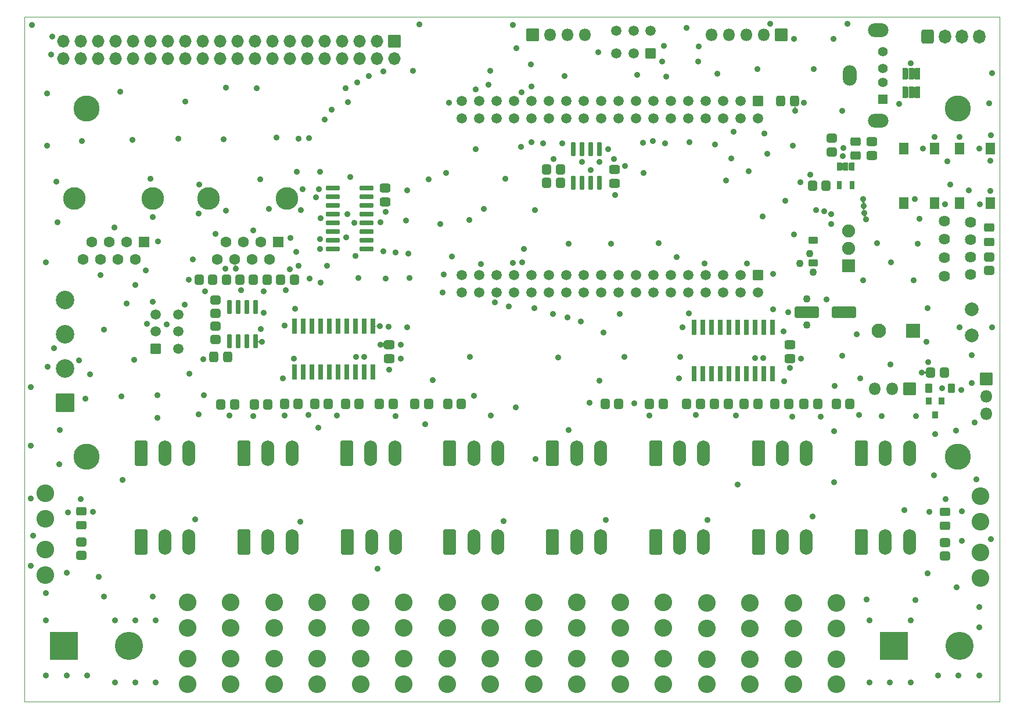
<source format=gbr>
G04 #@! TF.GenerationSoftware,KiCad,Pcbnew,(6.0.5)*
G04 #@! TF.CreationDate,2022-06-04T15:54:21-04:00*
G04 #@! TF.ProjectId,PB_16,50425f31-362e-46b6-9963-61645f706362,v2.1*
G04 #@! TF.SameCoordinates,Original*
G04 #@! TF.FileFunction,Soldermask,Top*
G04 #@! TF.FilePolarity,Negative*
%FSLAX46Y46*%
G04 Gerber Fmt 4.6, Leading zero omitted, Abs format (unit mm)*
G04 Created by KiCad (PCBNEW (6.0.5)) date 2022-06-04 15:54:21*
%MOMM*%
%LPD*%
G01*
G04 APERTURE LIST*
G04 Aperture macros list*
%AMRoundRect*
0 Rectangle with rounded corners*
0 $1 Rounding radius*
0 $2 $3 $4 $5 $6 $7 $8 $9 X,Y pos of 4 corners*
0 Add a 4 corners polygon primitive as box body*
4,1,4,$2,$3,$4,$5,$6,$7,$8,$9,$2,$3,0*
0 Add four circle primitives for the rounded corners*
1,1,$1+$1,$2,$3*
1,1,$1+$1,$4,$5*
1,1,$1+$1,$6,$7*
1,1,$1+$1,$8,$9*
0 Add four rect primitives between the rounded corners*
20,1,$1+$1,$2,$3,$4,$5,0*
20,1,$1+$1,$4,$5,$6,$7,0*
20,1,$1+$1,$6,$7,$8,$9,0*
20,1,$1+$1,$8,$9,$2,$3,0*%
G04 Aperture macros list end*
G04 #@! TA.AperFunction,Profile*
%ADD10C,0.050000*%
G04 #@! TD*
%ADD11RoundRect,0.301000X0.337500X0.475000X-0.337500X0.475000X-0.337500X-0.475000X0.337500X-0.475000X0*%
%ADD12C,2.577000*%
%ADD13RoundRect,0.301000X-0.650000X-1.550000X0.650000X-1.550000X0.650000X1.550000X-0.650000X1.550000X0*%
%ADD14O,1.902000X3.702000*%
%ADD15C,3.802000*%
%ADD16RoundRect,0.051000X-0.279400X1.079500X-0.279400X-1.079500X0.279400X-1.079500X0.279400X1.079500X0*%
%ADD17RoundRect,0.300999X-0.450001X0.325001X-0.450001X-0.325001X0.450001X-0.325001X0.450001X0.325001X0*%
%ADD18RoundRect,0.301000X-0.450000X0.350000X-0.450000X-0.350000X0.450000X-0.350000X0.450000X0.350000X0*%
%ADD19RoundRect,0.051000X-0.850000X0.850000X-0.850000X-0.850000X0.850000X-0.850000X0.850000X0.850000X0*%
%ADD20O,1.802000X1.802000*%
%ADD21RoundRect,0.051000X-0.850000X-0.850000X0.850000X-0.850000X0.850000X0.850000X-0.850000X0.850000X0*%
%ADD22RoundRect,0.051000X0.650000X-0.650000X0.650000X0.650000X-0.650000X0.650000X-0.650000X-0.650000X0*%
%ADD23C,1.402000*%
%ADD24O,2.002000X3.002000*%
%ADD25O,3.002000X2.002000*%
%ADD26RoundRect,0.301000X0.350000X0.450000X-0.350000X0.450000X-0.350000X-0.450000X0.350000X-0.450000X0*%
%ADD27RoundRect,0.301000X0.475000X-0.337500X0.475000X0.337500X-0.475000X0.337500X-0.475000X-0.337500X0*%
%ADD28RoundRect,0.070000X0.300000X0.525000X-0.300000X0.525000X-0.300000X-0.525000X0.300000X-0.525000X0*%
%ADD29RoundRect,0.301000X-0.475000X0.337500X-0.475000X-0.337500X0.475000X-0.337500X0.475000X0.337500X0*%
%ADD30RoundRect,0.201000X0.150000X-0.825000X0.150000X0.825000X-0.150000X0.825000X-0.150000X-0.825000X0*%
%ADD31RoundRect,0.201000X-0.150000X0.825000X-0.150000X-0.825000X0.150000X-0.825000X0.150000X0.825000X0*%
%ADD32RoundRect,0.301000X1.500000X0.550000X-1.500000X0.550000X-1.500000X-0.550000X1.500000X-0.550000X0*%
%ADD33RoundRect,0.051000X1.000000X1.000000X-1.000000X1.000000X-1.000000X-1.000000X1.000000X-1.000000X0*%
%ADD34C,2.102000*%
%ADD35RoundRect,0.300999X0.450001X-0.325001X0.450001X0.325001X-0.450001X0.325001X-0.450001X-0.325001X0*%
%ADD36RoundRect,0.301000X0.450000X-0.350000X0.450000X0.350000X-0.450000X0.350000X-0.450000X-0.350000X0*%
%ADD37RoundRect,0.051000X-0.900000X0.900000X-0.900000X-0.900000X0.900000X-0.900000X0.900000X0.900000X0*%
%ADD38C,1.902000*%
%ADD39C,1.626000*%
%ADD40RoundRect,0.051000X-0.600000X0.450000X-0.600000X-0.450000X0.600000X-0.450000X0.600000X0.450000X0*%
%ADD41RoundRect,0.301000X-0.337500X-0.475000X0.337500X-0.475000X0.337500X0.475000X-0.337500X0.475000X0*%
%ADD42RoundRect,0.051000X1.300000X-1.300000X1.300000X1.300000X-1.300000X1.300000X-1.300000X-1.300000X0*%
%ADD43C,2.702000*%
%ADD44RoundRect,0.051000X-0.704000X0.704000X-0.704000X-0.704000X0.704000X-0.704000X0.704000X0.704000X0*%
%ADD45C,1.510000*%
%ADD46RoundRect,0.051000X-0.863600X0.863600X-0.863600X-0.863600X0.863600X-0.863600X0.863600X0.863600X0*%
%ADD47O,1.829200X1.829200*%
%ADD48RoundRect,0.051000X0.850000X-0.850000X0.850000X0.850000X-0.850000X0.850000X-0.850000X-0.850000X0*%
%ADD49RoundRect,0.051000X0.700000X0.700000X-0.700000X0.700000X-0.700000X-0.700000X0.700000X-0.700000X0*%
%ADD50C,1.502000*%
%ADD51C,3.302000*%
%ADD52RoundRect,0.051000X0.750000X0.750000X-0.750000X0.750000X-0.750000X-0.750000X0.750000X-0.750000X0*%
%ADD53C,1.602000*%
%ADD54RoundRect,0.051000X-0.450000X-0.600000X0.450000X-0.600000X0.450000X0.600000X-0.450000X0.600000X0*%
%ADD55RoundRect,0.051000X-0.400000X0.450000X-0.400000X-0.450000X0.400000X-0.450000X0.400000X0.450000X0*%
%ADD56RoundRect,0.301000X-0.350000X-0.450000X0.350000X-0.450000X0.350000X0.450000X-0.350000X0.450000X0*%
%ADD57RoundRect,0.051000X-2.000000X-2.000000X2.000000X-2.000000X2.000000X2.000000X-2.000000X2.000000X0*%
%ADD58C,4.102000*%
%ADD59RoundRect,0.201000X-0.825000X-0.150000X0.825000X-0.150000X0.825000X0.150000X-0.825000X0.150000X0*%
%ADD60C,2.006000*%
%ADD61RoundRect,0.051000X0.700000X-0.700000X0.700000X0.700000X-0.700000X0.700000X-0.700000X-0.700000X0*%
%ADD62RoundRect,0.051000X-0.325000X0.780000X-0.325000X-0.780000X0.325000X-0.780000X0.325000X0.780000X0*%
%ADD63RoundRect,0.301000X-0.600000X-0.725000X0.600000X-0.725000X0.600000X0.725000X-0.600000X0.725000X0*%
%ADD64O,1.802000X2.052000*%
%ADD65RoundRect,0.051000X0.650000X-0.775000X0.650000X0.775000X-0.650000X0.775000X-0.650000X-0.775000X0*%
%ADD66C,0.902000*%
%ADD67C,1.102000*%
G04 APERTURE END LIST*
D10*
X214228800Y-152889360D02*
X214228800Y-52996240D01*
X72128800Y-52996240D02*
X72128800Y-152889360D01*
X214228800Y-52996240D02*
X72128800Y-52996240D01*
X214228800Y-152889360D02*
X72128800Y-152889360D01*
X214228800Y-152889360D02*
X214228800Y-52996240D01*
X72128800Y-52996240D02*
X72128800Y-152889360D01*
X214228800Y-52996240D02*
X72128800Y-52996240D01*
X214228800Y-152889360D02*
X72128800Y-152889360D01*
D11*
X101770300Y-102612600D03*
X99695300Y-102612600D03*
D12*
X75178800Y-134402600D03*
X75178800Y-130702600D03*
X75178800Y-126202600D03*
X75178800Y-122502600D03*
D13*
X89100000Y-129600000D03*
D14*
X92600000Y-129600000D03*
X96100000Y-129600000D03*
D13*
X119100000Y-116600000D03*
D14*
X122600000Y-116600000D03*
X126100000Y-116600000D03*
D13*
X119214342Y-129600000D03*
D14*
X122714342Y-129600000D03*
X126214342Y-129600000D03*
D13*
X134100000Y-116600000D03*
D14*
X137600000Y-116600000D03*
X141100000Y-116600000D03*
D13*
X134100000Y-129600000D03*
D14*
X137600000Y-129600000D03*
X141100000Y-129600000D03*
D13*
X149100000Y-116600000D03*
D14*
X152600000Y-116600000D03*
X156100000Y-116600000D03*
D13*
X149100000Y-129600000D03*
D14*
X152600000Y-129600000D03*
X156100000Y-129600000D03*
D13*
X164100000Y-116600000D03*
D14*
X167600000Y-116600000D03*
X171100000Y-116600000D03*
D13*
X164100000Y-129600000D03*
D14*
X167600000Y-129600000D03*
X171100000Y-129600000D03*
D13*
X179100000Y-116600000D03*
D14*
X182600000Y-116600000D03*
X186100000Y-116600000D03*
D13*
X179100000Y-129600000D03*
D14*
X182600000Y-129600000D03*
X186100000Y-129600000D03*
D13*
X194100000Y-116600000D03*
D14*
X197600000Y-116600000D03*
X201100000Y-116600000D03*
D13*
X194100000Y-129600000D03*
D14*
X197600000Y-129600000D03*
X201100000Y-129600000D03*
D12*
X95878800Y-150302600D03*
X95878800Y-146602600D03*
X95878800Y-142102600D03*
X95878800Y-138402600D03*
X133718796Y-150298600D03*
X133718796Y-146598600D03*
X133718796Y-142098600D03*
X133718796Y-138398600D03*
D15*
X208127600Y-117118600D03*
D12*
X102185466Y-150302600D03*
X102185466Y-146602600D03*
X102185466Y-142102600D03*
X102185466Y-138402600D03*
X127412130Y-150298600D03*
X127412130Y-146598600D03*
X127412130Y-142098600D03*
X127412130Y-138398600D03*
X140025462Y-150298600D03*
X140025462Y-146598600D03*
X140025462Y-142098600D03*
X140025462Y-138398600D03*
X146332128Y-150298600D03*
X146332128Y-146598600D03*
X146332128Y-142098600D03*
X146332128Y-138398600D03*
X152638794Y-150298600D03*
X152638794Y-146598600D03*
X152638794Y-142098600D03*
X152638794Y-138398600D03*
X121105464Y-150298600D03*
X121105464Y-146598600D03*
X121105464Y-142098600D03*
X121105464Y-138398600D03*
X108492132Y-150303600D03*
X108492132Y-146603600D03*
X108492132Y-142103600D03*
X108492132Y-138403600D03*
X158945460Y-150298600D03*
X158945460Y-146598600D03*
X158945460Y-142098600D03*
X158945460Y-138398600D03*
X114798798Y-150303600D03*
X114798798Y-146603600D03*
X114798798Y-142103600D03*
X114798798Y-138403600D03*
D13*
X89100000Y-116600000D03*
D14*
X92600000Y-116600000D03*
X96100000Y-116600000D03*
D13*
X104100000Y-116600000D03*
D14*
X107600000Y-116600000D03*
X111100000Y-116600000D03*
D13*
X104100000Y-129600000D03*
D14*
X107600000Y-129600000D03*
X111100000Y-129600000D03*
D12*
X165252126Y-150294800D03*
X165252126Y-146594800D03*
X165252126Y-142094800D03*
X165252126Y-138394800D03*
D15*
X81127600Y-66318600D03*
X208127600Y-66318600D03*
D16*
X122881600Y-98066000D03*
X121611600Y-98066000D03*
X120341600Y-98066000D03*
X119071600Y-98066000D03*
X117801600Y-98066000D03*
X116531600Y-98066000D03*
X115261600Y-98066000D03*
X113991600Y-98066000D03*
X112721600Y-98066000D03*
X111451600Y-98066000D03*
X111451600Y-104822400D03*
X112721600Y-104822400D03*
X113991600Y-104822400D03*
X115261600Y-104822400D03*
X116531600Y-104822400D03*
X117801600Y-104822400D03*
X119071600Y-104822400D03*
X120341600Y-104822400D03*
X121611600Y-104822400D03*
X122881600Y-104822400D03*
D17*
X80413800Y-125108000D03*
X80413800Y-127158000D03*
X206320600Y-125209600D03*
X206320600Y-127259600D03*
D15*
X81127600Y-117118600D03*
D18*
X80413800Y-129552600D03*
X80413800Y-131552600D03*
X206320600Y-129654200D03*
X206320600Y-131654200D03*
D19*
X201178800Y-107202600D03*
D20*
X198638800Y-107202600D03*
X196098800Y-107202600D03*
D12*
X211426000Y-134802600D03*
X211426000Y-131102600D03*
X211426000Y-126602600D03*
X211426000Y-122902600D03*
D21*
X212278800Y-105813000D03*
D20*
X212278800Y-108353000D03*
X212278800Y-110893000D03*
D22*
X197202600Y-65020720D03*
D23*
X197202600Y-62520720D03*
X197202600Y-60520720D03*
X197202600Y-58020720D03*
D24*
X192422600Y-61520720D03*
D25*
X196602600Y-68090720D03*
X196602600Y-54950720D03*
D26*
X188956400Y-77563120D03*
X186956400Y-77563120D03*
D17*
X193302600Y-71145720D03*
X193302600Y-73195720D03*
D18*
X189759800Y-70670320D03*
X189759800Y-72670320D03*
D27*
X195602600Y-73208220D03*
X195602600Y-71133220D03*
D28*
X192792600Y-74816120D03*
X191842600Y-74816120D03*
X190892600Y-74816120D03*
X190892600Y-77516120D03*
X192792600Y-77516120D03*
D29*
X125269200Y-100787700D03*
X125269200Y-102862700D03*
D30*
X101957000Y-100261600D03*
X103227000Y-100261600D03*
X104497000Y-100261600D03*
X105767000Y-100261600D03*
X105767000Y-95311600D03*
X104497000Y-95311600D03*
X103227000Y-95311600D03*
X101957000Y-95311600D03*
D27*
X158121040Y-77276580D03*
X158121040Y-75201580D03*
D26*
X150248800Y-75202600D03*
X148248800Y-75202600D03*
D31*
X155926040Y-72264080D03*
X154656040Y-72264080D03*
X153386040Y-72264080D03*
X152116040Y-72264080D03*
X152116040Y-77214080D03*
X153386040Y-77214080D03*
X154656040Y-77214080D03*
X155926040Y-77214080D03*
D26*
X150248800Y-77202600D03*
X148248800Y-77202600D03*
D32*
X191578800Y-96052600D03*
X186178800Y-96052600D03*
D33*
X201678800Y-98735800D03*
D34*
X196678800Y-98735800D03*
D35*
X212773800Y-85777600D03*
X212773800Y-83727600D03*
D36*
X212748800Y-90002600D03*
X212748800Y-88002600D03*
D37*
X192256800Y-89317600D03*
D38*
X192256800Y-86777600D03*
X192256800Y-84237600D03*
D39*
X210036800Y-82967600D03*
X210036800Y-85507600D03*
X210036800Y-88047600D03*
X210036800Y-90587600D03*
X206226800Y-82735660D03*
X206226800Y-85430600D03*
X206226800Y-88124600D03*
X206226800Y-90819540D03*
D40*
X187123800Y-85527600D03*
X187123800Y-88827600D03*
D41*
X182321500Y-65284760D03*
X184396500Y-65284760D03*
D18*
X99970800Y-98056600D03*
X99970800Y-100056600D03*
D42*
X78028800Y-109302600D03*
D43*
X78028800Y-104302600D03*
X78028800Y-99302600D03*
X78028800Y-94302600D03*
D36*
X99978800Y-96252600D03*
X99978800Y-94252600D03*
D44*
X179000360Y-65274600D03*
D45*
X179000360Y-67814600D03*
X176460360Y-65274600D03*
X176460360Y-67814600D03*
X173920360Y-65274600D03*
X173920360Y-67814600D03*
X171380360Y-65274600D03*
X171380360Y-67814600D03*
X168840360Y-65274600D03*
X168840360Y-67814600D03*
X166300360Y-65274600D03*
X166300360Y-67814600D03*
X163760360Y-65274600D03*
X163760360Y-67814600D03*
X161220360Y-65274600D03*
X161220360Y-67814600D03*
X158680360Y-65274600D03*
X158680360Y-67814600D03*
X156140360Y-65274600D03*
X156140360Y-67814600D03*
X153600360Y-65274600D03*
X153600360Y-67814600D03*
X151060360Y-65274600D03*
X151060360Y-67814600D03*
X148520360Y-65274600D03*
X148520360Y-67814600D03*
X145980360Y-65274600D03*
X145980360Y-67814600D03*
X143440360Y-65274600D03*
X143440360Y-67814600D03*
X140900360Y-65274600D03*
X140900360Y-67814600D03*
X138360360Y-65274600D03*
X138360360Y-67814600D03*
X135820360Y-65274600D03*
X135820360Y-67814600D03*
D44*
X179000360Y-90674600D03*
D45*
X179000360Y-93214600D03*
X176460360Y-90674600D03*
X176460360Y-93214600D03*
X173920360Y-90674600D03*
X173920360Y-93214600D03*
X171380360Y-90674600D03*
X171380360Y-93214600D03*
X168840360Y-90674600D03*
X168840360Y-93214600D03*
X166300360Y-90674600D03*
X166300360Y-93214600D03*
X163760360Y-90674600D03*
X163760360Y-93214600D03*
X161220360Y-90674600D03*
X161220360Y-93214600D03*
X158680360Y-90674600D03*
X158680360Y-93214600D03*
X156140360Y-90674600D03*
X156140360Y-93214600D03*
X153600360Y-90674600D03*
X153600360Y-93214600D03*
X151060360Y-90674600D03*
X151060360Y-93214600D03*
X148520360Y-90674600D03*
X148520360Y-93214600D03*
X145980360Y-90674600D03*
X145980360Y-93214600D03*
X143440360Y-90674600D03*
X143440360Y-93214600D03*
X140900360Y-90674600D03*
X140900360Y-93214600D03*
X138360360Y-90674600D03*
X138360360Y-93214600D03*
X135820360Y-90674600D03*
X135820360Y-93214600D03*
D46*
X126039920Y-56545560D03*
D47*
X126039920Y-59085560D03*
X123499920Y-56545560D03*
X123499920Y-59085560D03*
X120959920Y-56545560D03*
X120959920Y-59085560D03*
X118419920Y-56545560D03*
X118419920Y-59085560D03*
X115879920Y-56545560D03*
X115879920Y-59085560D03*
X113339920Y-56545560D03*
X113339920Y-59085560D03*
X110799920Y-56545560D03*
X110799920Y-59085560D03*
X108259920Y-56545560D03*
X108259920Y-59085560D03*
X105719920Y-56545560D03*
X105719920Y-59085560D03*
X103179920Y-56545560D03*
X103179920Y-59085560D03*
X100639920Y-56545560D03*
X100639920Y-59085560D03*
X98099920Y-56545560D03*
X98099920Y-59085560D03*
X95559920Y-56545560D03*
X95559920Y-59085560D03*
X93019920Y-56545560D03*
X93019920Y-59085560D03*
X90479920Y-56545560D03*
X90479920Y-59085560D03*
X87939920Y-56545560D03*
X87939920Y-59085560D03*
X85399920Y-56545560D03*
X85399920Y-59085560D03*
X82859920Y-56545560D03*
X82859920Y-59085560D03*
X80319920Y-56545560D03*
X80319920Y-59085560D03*
X77779920Y-56545560D03*
X77779920Y-59085560D03*
D16*
X181184760Y-98274280D03*
X179914760Y-98274280D03*
X178644760Y-98274280D03*
X177374760Y-98274280D03*
X176104760Y-98274280D03*
X174834760Y-98274280D03*
X173564760Y-98274280D03*
X172294760Y-98274280D03*
X171024760Y-98274280D03*
X169754760Y-98274280D03*
X169754760Y-105030680D03*
X171024760Y-105030680D03*
X172294760Y-105030680D03*
X173564760Y-105030680D03*
X174834760Y-105030680D03*
X176104760Y-105030680D03*
X177374760Y-105030680D03*
X178644760Y-105030680D03*
X179914760Y-105030680D03*
X181184760Y-105030680D03*
D19*
X182387680Y-55625840D03*
D20*
X179847680Y-55625840D03*
X177307680Y-55625840D03*
X174767680Y-55625840D03*
X172227680Y-55625840D03*
D48*
X146197680Y-55625840D03*
D20*
X148737680Y-55625840D03*
X151277680Y-55625840D03*
X153817680Y-55625840D03*
D49*
X163398800Y-58272600D03*
D50*
X160898800Y-58272600D03*
X158398800Y-58272600D03*
X163398800Y-54972600D03*
X160898800Y-54972600D03*
X158398800Y-54972600D03*
D29*
X183699360Y-100762300D03*
X183699360Y-102837300D03*
D51*
X79396800Y-79493520D03*
X90826800Y-79493520D03*
D52*
X89556800Y-85843520D03*
D53*
X88286800Y-88383520D03*
X87016800Y-85843520D03*
X85746800Y-88383520D03*
X84476800Y-85843520D03*
X83206800Y-88383520D03*
X81936800Y-85843520D03*
X80666800Y-88383520D03*
D51*
X110364400Y-79493520D03*
X98934400Y-79493520D03*
D52*
X109094400Y-85843520D03*
D53*
X107824400Y-88383520D03*
X106554400Y-85843520D03*
X105284400Y-88383520D03*
X104014400Y-85843520D03*
X102744400Y-88383520D03*
X101474400Y-85843520D03*
X100204400Y-88383520D03*
D54*
X203928800Y-107152600D03*
X207228800Y-107152600D03*
D55*
X205828800Y-109052600D03*
X203928800Y-109052600D03*
X204878800Y-111052600D03*
D56*
X204178800Y-104852600D03*
X206178800Y-104852600D03*
D57*
X198878800Y-144752600D03*
D58*
X208378800Y-144752600D03*
D12*
X171558792Y-150363600D03*
X171558792Y-146663600D03*
X171558792Y-142163600D03*
X171558792Y-138463600D03*
X177865458Y-150363600D03*
X177865458Y-146663600D03*
X177865458Y-142163600D03*
X177865458Y-138463600D03*
X184172124Y-150363600D03*
X184172124Y-146663600D03*
X184172124Y-142163600D03*
X184172124Y-138463600D03*
X190478800Y-150363600D03*
X190478800Y-146663600D03*
X190478800Y-142163600D03*
X190478800Y-138463600D03*
D57*
X77878800Y-144752600D03*
D58*
X87378800Y-144752600D03*
D29*
X124678800Y-77940100D03*
X124678800Y-80015100D03*
D56*
X97553800Y-91327600D03*
X99553800Y-91327600D03*
D26*
X103528800Y-91327600D03*
X101528800Y-91327600D03*
D59*
X117053800Y-77932600D03*
X117053800Y-79202600D03*
X117053800Y-80472600D03*
X117053800Y-81742600D03*
X117053800Y-83012600D03*
X117053800Y-84282600D03*
X117053800Y-85552600D03*
X117053800Y-86822600D03*
X122003800Y-86822600D03*
X122003800Y-85552600D03*
X122003800Y-84282600D03*
X122003800Y-83012600D03*
X122003800Y-81742600D03*
X122003800Y-80472600D03*
X122003800Y-79202600D03*
X122003800Y-77932600D03*
D26*
X111453800Y-91327600D03*
X109453800Y-91327600D03*
D56*
X105453800Y-91327600D03*
X107453800Y-91327600D03*
D60*
X210229259Y-99458160D03*
X210229259Y-95648160D03*
D61*
X91248800Y-101362600D03*
D50*
X91248800Y-98862600D03*
X91248800Y-96362600D03*
X94548800Y-101362600D03*
X94548800Y-98862600D03*
X94548800Y-96362600D03*
D62*
X202318800Y-61292600D03*
X201368800Y-61292600D03*
X200418800Y-61292600D03*
X200418800Y-63992600D03*
X201368800Y-63992600D03*
X202318800Y-63992600D03*
D63*
X203760280Y-55861360D03*
D64*
X206260280Y-55861360D03*
X208760280Y-55861360D03*
X211260280Y-55861360D03*
D65*
X200248800Y-72182600D03*
X200248800Y-80132600D03*
X204748800Y-80132600D03*
X204748800Y-72182600D03*
X208398800Y-72182600D03*
X208398800Y-80132600D03*
X212898800Y-72182600D03*
X212898800Y-80132600D03*
D56*
X190448800Y-109452600D03*
X192448800Y-109452600D03*
D26*
X158748800Y-109452600D03*
X156748800Y-109452600D03*
D56*
X133798800Y-109452600D03*
X135798800Y-109452600D03*
X181498800Y-109452600D03*
X183498800Y-109452600D03*
D26*
X165198800Y-109452600D03*
X163198800Y-109452600D03*
X170648800Y-109452600D03*
X168648800Y-109452600D03*
D56*
X177048800Y-109452600D03*
X179048800Y-109452600D03*
X114398800Y-109452600D03*
X116398800Y-109452600D03*
X128998800Y-109452600D03*
X130998800Y-109452600D03*
X185748800Y-109452600D03*
X187748800Y-109452600D03*
X172698800Y-109452600D03*
X174698800Y-109452600D03*
X123848800Y-109452600D03*
X125848800Y-109452600D03*
D26*
X102748800Y-109502600D03*
X100748800Y-109502600D03*
X111998800Y-109452600D03*
X109998800Y-109452600D03*
D56*
X118898800Y-109452600D03*
X120898800Y-109452600D03*
D26*
X107598800Y-109502600D03*
X105598800Y-109502600D03*
D66*
X183694280Y-104172160D03*
X97501840Y-81627120D03*
X97572960Y-77395480D03*
X114608800Y-79262600D03*
X120788800Y-91042600D03*
X95468800Y-94952600D03*
X94578800Y-70752600D03*
X191402600Y-73270720D03*
X203978800Y-125152600D03*
X116928800Y-66472600D03*
X190178800Y-106852600D03*
X194323800Y-91402600D03*
X111728800Y-87272600D03*
X157221040Y-72239080D03*
X165678800Y-61652600D03*
X112088800Y-70782600D03*
X146538800Y-81132600D03*
X133244800Y-90552600D03*
X138678800Y-89022600D03*
X149138800Y-96322600D03*
X201338800Y-59702600D03*
X213178800Y-61152600D03*
X211288800Y-72177600D03*
X75978800Y-58452600D03*
X208778800Y-125102600D03*
X96078800Y-91352600D03*
X181278800Y-90452600D03*
X180368800Y-72942600D03*
X112328800Y-126602600D03*
X182778800Y-98852600D03*
X174398800Y-76852600D03*
X180001120Y-69988840D03*
X91478800Y-111452600D03*
X169008000Y-71238520D03*
X137078800Y-102552600D03*
X193428800Y-99302600D03*
X73078800Y-115552600D03*
X75278800Y-149052600D03*
X137648800Y-108252600D03*
X178959720Y-60555280D03*
X96978800Y-126252600D03*
X126996400Y-102815800D03*
X170378800Y-57252600D03*
X110048800Y-111102600D03*
X202078800Y-111252600D03*
X122318800Y-61642600D03*
X120443200Y-102587200D03*
X110908800Y-85182600D03*
X82078800Y-125152600D03*
X210206800Y-106422600D03*
X101478800Y-81277600D03*
X156528800Y-99032600D03*
X161428640Y-61439200D03*
X205888800Y-107184600D03*
X211378800Y-80327600D03*
X175510400Y-69694200D03*
X211278800Y-142052600D03*
X98178800Y-102952600D03*
X134028800Y-65482600D03*
X144498800Y-71952600D03*
X123578800Y-133502600D03*
X155788800Y-58092600D03*
X126198800Y-111252600D03*
X106988800Y-93052600D03*
X201908800Y-79512600D03*
X207098800Y-77477600D03*
X186676240Y-75993400D03*
X80278800Y-123352600D03*
X134458800Y-87892600D03*
X75278800Y-88752600D03*
X81278800Y-149052600D03*
D67*
X187123800Y-90202600D03*
D66*
X201698800Y-91402600D03*
X75488800Y-104022600D03*
X132738800Y-83152600D03*
X83678800Y-137552600D03*
X179813160Y-102709120D03*
X157638800Y-86042600D03*
X197078800Y-111252600D03*
X88308800Y-92042600D03*
X211278800Y-139052600D03*
X199648800Y-65702600D03*
X143278800Y-88852600D03*
X206308800Y-80292600D03*
X139068800Y-81032600D03*
X206648800Y-74027600D03*
X127918800Y-98232600D03*
X119228800Y-65442600D03*
X92848800Y-97812600D03*
X125243800Y-104441400D03*
X106528800Y-98492600D03*
X213128800Y-98252600D03*
X209798800Y-78297600D03*
X89768800Y-89972600D03*
X112388800Y-81202600D03*
X90778800Y-137552600D03*
X172738800Y-71612600D03*
X185258920Y-77102600D03*
X202578800Y-82452600D03*
X192076280Y-53961440D03*
X204678800Y-119852600D03*
X75378800Y-71752600D03*
X137878800Y-63552600D03*
X213028800Y-70202600D03*
X171208800Y-88972600D03*
X208728800Y-129452600D03*
X190098800Y-120902600D03*
X158075840Y-73671840D03*
X73078800Y-106952600D03*
X208428800Y-98294600D03*
X142698800Y-95232600D03*
X110038800Y-97972600D03*
X108838800Y-70582600D03*
X101998800Y-111152600D03*
X151438800Y-86072600D03*
X191278800Y-102452600D03*
X120178800Y-83052600D03*
X185751680Y-65513360D03*
X183998800Y-111302600D03*
X146478800Y-95452600D03*
X80956280Y-108678120D03*
X76178800Y-55852600D03*
X106768800Y-100372600D03*
X82978800Y-134652600D03*
X212778800Y-65552600D03*
X99928800Y-84652600D03*
X129678800Y-54052600D03*
X159678800Y-74752600D03*
X128708800Y-60812600D03*
X165298800Y-57232600D03*
X176048800Y-121202600D03*
X124468800Y-60912600D03*
X212888800Y-74002600D03*
X96678800Y-88352600D03*
X180829160Y-53961440D03*
X76399520Y-101332440D03*
X183048800Y-79802600D03*
X145958800Y-59912600D03*
X143798800Y-57552600D03*
X96178800Y-105052600D03*
X183478800Y-96052600D03*
X78478800Y-125252600D03*
X156878800Y-126402600D03*
X114948800Y-112902600D03*
X203802965Y-95505411D03*
X203578800Y-100352600D03*
X191502600Y-72070720D03*
X160998800Y-109352600D03*
X115248800Y-91702600D03*
X186978800Y-125852600D03*
X98298800Y-108152600D03*
D67*
X185123800Y-88977600D03*
D66*
X194898800Y-137982600D03*
X151278800Y-96792600D03*
X119168800Y-81712600D03*
X198378800Y-103652600D03*
X98398800Y-92992600D03*
X110198800Y-92832600D03*
X141928800Y-126502600D03*
X142168800Y-76602600D03*
X133578800Y-75712600D03*
X78278800Y-149052600D03*
X115178800Y-86852600D03*
X139778800Y-62852600D03*
X111848800Y-75542600D03*
X193978800Y-105752600D03*
X208682800Y-107438600D03*
X190148800Y-113402600D03*
X76948160Y-82912360D03*
X168982600Y-96221960D03*
X86978800Y-94752600D03*
X90478800Y-76552600D03*
X95578800Y-65352600D03*
X203878800Y-103352600D03*
X184298800Y-84752600D03*
X184128800Y-71752600D03*
X175848800Y-111102600D03*
X88098800Y-103012600D03*
X150498800Y-71452600D03*
X105998800Y-63342600D03*
X73078800Y-133052600D03*
X171678800Y-126402600D03*
X162278800Y-71352600D03*
X127728800Y-82682600D03*
D67*
X186178800Y-97952600D03*
D66*
X83708800Y-98582600D03*
X76778800Y-77052600D03*
X155928800Y-106052600D03*
X124028800Y-82952600D03*
X97528800Y-111002600D03*
X105498800Y-111202600D03*
X212978800Y-129202600D03*
X112108800Y-89302600D03*
X167998800Y-98289520D03*
X139998800Y-60812600D03*
X101178800Y-70852600D03*
X111538800Y-95572600D03*
X208278800Y-149052600D03*
X87878800Y-70952600D03*
X210578800Y-112152600D03*
X153378800Y-74152600D03*
X75278800Y-141052600D03*
X91578800Y-85752600D03*
X147748800Y-71452600D03*
X115218800Y-75612600D03*
X86278800Y-108352600D03*
X124728800Y-81427600D03*
X120588800Y-62502600D03*
X83178800Y-90652600D03*
X185324960Y-102831040D03*
X103678800Y-92852600D03*
X85248880Y-83720080D03*
X202878800Y-104852600D03*
X80078800Y-103052600D03*
X140718800Y-94642600D03*
X149942760Y-102693880D03*
X204798800Y-70497600D03*
X187178800Y-60552600D03*
X158178800Y-78952600D03*
X128078800Y-87527600D03*
X75278800Y-137052600D03*
X181278800Y-95652600D03*
X162378800Y-75752600D03*
X113498800Y-111052600D03*
X193798800Y-111052600D03*
X115268800Y-82312600D03*
X190064600Y-56181400D03*
X101458800Y-63272600D03*
X124438800Y-87202600D03*
X78278800Y-134052600D03*
X128238800Y-91062600D03*
X137908800Y-72272600D03*
X182848800Y-106102600D03*
X131008800Y-76682600D03*
X130498800Y-112402600D03*
X154448800Y-109252600D03*
X184456280Y-66707160D03*
X203778800Y-134152600D03*
X73378800Y-128652600D03*
X203048800Y-72197600D03*
X155911760Y-74149360D03*
X86378800Y-120552600D03*
X164598800Y-85992600D03*
X168616840Y-54581200D03*
X204878800Y-113852600D03*
X121611600Y-102561800D03*
X175148800Y-73602600D03*
X133088800Y-93192600D03*
X116178800Y-89252600D03*
X167656720Y-102602440D03*
X112678800Y-78072600D03*
X163248800Y-111102600D03*
X165078800Y-59452600D03*
D67*
X186178800Y-94152600D03*
D66*
X145988800Y-63142600D03*
X117648800Y-111152600D03*
X196398800Y-85962600D03*
X188148800Y-111302600D03*
X165478800Y-71452600D03*
X106968800Y-96182600D03*
X146628800Y-117452600D03*
X207998800Y-136202600D03*
X178588880Y-102739600D03*
X150826680Y-61586520D03*
X106453800Y-76652600D03*
X77278800Y-113252600D03*
X179698800Y-82102600D03*
X154667160Y-75353320D03*
X169948800Y-111052600D03*
X201998800Y-138052600D03*
X86078800Y-63852600D03*
X202348800Y-86102600D03*
X109798800Y-105752600D03*
X143338800Y-54122600D03*
X210206800Y-102358600D03*
X167188800Y-88012600D03*
X170278800Y-59452600D03*
X173097400Y-61266480D03*
X136948800Y-82592600D03*
X191278800Y-66652600D03*
X91478800Y-108152600D03*
X140098800Y-111102600D03*
X80478800Y-71052600D03*
X167498800Y-105702600D03*
X143748800Y-109952600D03*
X90778800Y-82152600D03*
X111400800Y-102866600D03*
X177388800Y-88962600D03*
X115178800Y-85352600D03*
X115908800Y-67942600D03*
X124728800Y-91122600D03*
D67*
X186548800Y-87477600D03*
D66*
X207878800Y-113352600D03*
X211278800Y-149052600D03*
X189068800Y-94162600D03*
X77178800Y-118252600D03*
X127903800Y-78252600D03*
X159578800Y-102552600D03*
X206346000Y-123364400D03*
X90788800Y-94502600D03*
X144698800Y-88772600D03*
X144908800Y-86862600D03*
X73078800Y-123252600D03*
X73178800Y-54152600D03*
X131598800Y-105952600D03*
X198423800Y-88752600D03*
X75378800Y-64152600D03*
X205278800Y-149052600D03*
X89948800Y-97792600D03*
X177698800Y-75452600D03*
X210878800Y-120452600D03*
X151478800Y-113252600D03*
X118948800Y-63362600D03*
X184319120Y-56145840D03*
X158928800Y-96332600D03*
X200378800Y-124952600D03*
X208448800Y-70477600D03*
X144598800Y-63982600D03*
X125218800Y-98212600D03*
X153178800Y-97422600D03*
X212898800Y-78377600D03*
X107708800Y-80982600D03*
X123964789Y-100800211D03*
X126228800Y-87352600D03*
X123888800Y-98102600D03*
X126971200Y-100800200D03*
X85278800Y-141052600D03*
X88278800Y-141052600D03*
X91278800Y-150052600D03*
X85278800Y-150052600D03*
X91278800Y-141052600D03*
X88278800Y-150052600D03*
X201278800Y-141052600D03*
X195278800Y-141052600D03*
X195278800Y-150052600D03*
X198278800Y-150052600D03*
X201278800Y-150052600D03*
X81682800Y-105152600D03*
X113678800Y-91122600D03*
X113608800Y-70632600D03*
X163755280Y-71101360D03*
X149248800Y-73727610D03*
X145985442Y-71213120D03*
X115028800Y-78127600D03*
X119638800Y-76332600D03*
X120378800Y-87852600D03*
X118978800Y-85152596D03*
X194448800Y-80552600D03*
X188673800Y-81352600D03*
X194398800Y-79552600D03*
X187523800Y-81128100D03*
X194521076Y-81549486D03*
X189698800Y-81777600D03*
X194769712Y-82517570D03*
X189696604Y-83225108D03*
X101428800Y-89727600D03*
X105482715Y-84106515D03*
X102938800Y-89752600D03*
X110803800Y-89802600D03*
G36*
X203529172Y-104623914D02*
G01*
X203529800Y-104625370D01*
X203529800Y-105079826D01*
X203528800Y-105081558D01*
X203526800Y-105081558D01*
X203525881Y-105080389D01*
X203506205Y-105013377D01*
X203453862Y-104968022D01*
X203385309Y-104958165D01*
X203322258Y-104986960D01*
X203290921Y-105030417D01*
X203289097Y-105031237D01*
X203287475Y-105030067D01*
X203287499Y-105028375D01*
X203306526Y-104989104D01*
X203327667Y-104863442D01*
X203327798Y-104852731D01*
X203309733Y-104726587D01*
X203286280Y-104675005D01*
X203286474Y-104673014D01*
X203288294Y-104672186D01*
X203289658Y-104672922D01*
X203332699Y-104726333D01*
X203398414Y-104748206D01*
X203465520Y-104731078D01*
X203512754Y-104680346D01*
X203525854Y-104624910D01*
X203527225Y-104623454D01*
X203529172Y-104623914D01*
G37*
G36*
X124497738Y-100424506D02*
G01*
X124498054Y-100425837D01*
X124495200Y-100450320D01*
X124495200Y-101125086D01*
X124500169Y-101167391D01*
X124499378Y-101169228D01*
X124497392Y-101169461D01*
X124496376Y-101168481D01*
X124471406Y-101115805D01*
X124412613Y-101079196D01*
X124343387Y-101080184D01*
X124298333Y-101111545D01*
X124296340Y-101111714D01*
X124295623Y-101111137D01*
X124271253Y-101129837D01*
X124269270Y-101130098D01*
X124268052Y-101128511D01*
X124268552Y-101126908D01*
X124337010Y-101051277D01*
X124392515Y-100936715D01*
X124413656Y-100811053D01*
X124413787Y-100800342D01*
X124395722Y-100674198D01*
X124343032Y-100558313D01*
X124272691Y-100476679D01*
X124272318Y-100474714D01*
X124273833Y-100473408D01*
X124275424Y-100473786D01*
X124295618Y-100489281D01*
X124296249Y-100488459D01*
X124298097Y-100487693D01*
X124299015Y-100488061D01*
X124334802Y-100514193D01*
X124403937Y-100518313D01*
X124464305Y-100484412D01*
X124494280Y-100424708D01*
X124495950Y-100423608D01*
X124497738Y-100424506D01*
G37*
G36*
X106119919Y-100149156D02*
G01*
X106139595Y-100216168D01*
X106191938Y-100261523D01*
X106260491Y-100271380D01*
X106323542Y-100242585D01*
X106354859Y-100199157D01*
X106356683Y-100198337D01*
X106358305Y-100199507D01*
X106358291Y-100201177D01*
X106339439Y-100241330D01*
X106319854Y-100367115D01*
X106336359Y-100493337D01*
X106359409Y-100545720D01*
X106359191Y-100547709D01*
X106357360Y-100548514D01*
X106356021Y-100547781D01*
X106313101Y-100494521D01*
X106247386Y-100472648D01*
X106180280Y-100489776D01*
X106133046Y-100540508D01*
X106119946Y-100595944D01*
X106118575Y-100597400D01*
X106116628Y-100596940D01*
X106116000Y-100595484D01*
X106116000Y-100149719D01*
X106117000Y-100147987D01*
X106119000Y-100147987D01*
X106119919Y-100149156D01*
G37*
G36*
X123213919Y-97941926D02*
G01*
X123233595Y-98008938D01*
X123285938Y-98054293D01*
X123354491Y-98064150D01*
X123417542Y-98035355D01*
X123450723Y-97989341D01*
X123453800Y-97981911D01*
X123455387Y-97980693D01*
X123457235Y-97981458D01*
X123457624Y-97982984D01*
X123439854Y-98097115D01*
X123455567Y-98217279D01*
X123454800Y-98219126D01*
X123452817Y-98219385D01*
X123451736Y-98218303D01*
X123450745Y-98215909D01*
X123407101Y-98161751D01*
X123341386Y-98139878D01*
X123274280Y-98157006D01*
X123227046Y-98207738D01*
X123213946Y-98263174D01*
X123212575Y-98264630D01*
X123210628Y-98264170D01*
X123210000Y-98262714D01*
X123210000Y-97942489D01*
X123211000Y-97940757D01*
X123213000Y-97940757D01*
X123213919Y-97941926D01*
G37*
G36*
X103074676Y-89112128D02*
G01*
X103075294Y-89114030D01*
X103074633Y-89115138D01*
X103034503Y-89149249D01*
X103014357Y-89215514D01*
X103033228Y-89282124D01*
X103089799Y-89329861D01*
X103090478Y-89331743D01*
X103089188Y-89333271D01*
X103087936Y-89333306D01*
X103005164Y-89308552D01*
X102877866Y-89307775D01*
X102755466Y-89342757D01*
X102677810Y-89391754D01*
X102675812Y-89391833D01*
X102674745Y-89390142D01*
X102675128Y-89388884D01*
X102714060Y-89335567D01*
X102718179Y-89266432D01*
X102684264Y-89206040D01*
X102623687Y-89173615D01*
X102609439Y-89170586D01*
X102607953Y-89169248D01*
X102608369Y-89167292D01*
X102610120Y-89166648D01*
X102727665Y-89182332D01*
X102905060Y-89166188D01*
X103072720Y-89111712D01*
X103074676Y-89112128D01*
G37*
G36*
X194863050Y-81838439D02*
G01*
X194862733Y-81840270D01*
X194832005Y-81880316D01*
X194832408Y-81880625D01*
X194833173Y-81882473D01*
X194832805Y-81883391D01*
X194805603Y-81920647D01*
X194801486Y-81989782D01*
X194835451Y-82050257D01*
X194874380Y-82075935D01*
X194916747Y-82093483D01*
X194917965Y-82095070D01*
X194917200Y-82096918D01*
X194915409Y-82097247D01*
X194836076Y-82073522D01*
X194708778Y-82072745D01*
X194586378Y-82107727D01*
X194478721Y-82175653D01*
X194429975Y-82230848D01*
X194428079Y-82231484D01*
X194426580Y-82230160D01*
X194426889Y-82228306D01*
X194458783Y-82186740D01*
X194458380Y-82186431D01*
X194457615Y-82184583D01*
X194457983Y-82183665D01*
X194485185Y-82146409D01*
X194489302Y-82077274D01*
X194455337Y-82016799D01*
X194416408Y-81991121D01*
X194371973Y-81972716D01*
X194370755Y-81971129D01*
X194371520Y-81969281D01*
X194373334Y-81968959D01*
X194449291Y-81992689D01*
X194576570Y-81995023D01*
X194699391Y-81961537D01*
X194807868Y-81894932D01*
X194859663Y-81837710D01*
X194861567Y-81837097D01*
X194863050Y-81838439D01*
G37*
G36*
X189115792Y-81422383D02*
G01*
X189116495Y-81423617D01*
X189127155Y-81491974D01*
X189173130Y-81543773D01*
X189239812Y-81562493D01*
X189306146Y-81542154D01*
X189320259Y-81529015D01*
X189322208Y-81528567D01*
X189323571Y-81530031D01*
X189323432Y-81531329D01*
X189269439Y-81646330D01*
X189260057Y-81706585D01*
X189258803Y-81708142D01*
X189256826Y-81707835D01*
X189256105Y-81706585D01*
X189245445Y-81638226D01*
X189199470Y-81586427D01*
X189132788Y-81567707D01*
X189066454Y-81588046D01*
X189050841Y-81602582D01*
X189048892Y-81603030D01*
X189047529Y-81601566D01*
X189047678Y-81600246D01*
X189101526Y-81489104D01*
X189112547Y-81423593D01*
X189113820Y-81422051D01*
X189115792Y-81422383D01*
G37*
G36*
X194701112Y-80922737D02*
G01*
X194700330Y-80924378D01*
X194688143Y-80933729D01*
X194647125Y-80989904D01*
X194643007Y-81059039D01*
X194676970Y-81119515D01*
X194700853Y-81135269D01*
X194701748Y-81137058D01*
X194700647Y-81138727D01*
X194699179Y-81138855D01*
X194587440Y-81105438D01*
X194460142Y-81104661D01*
X194337742Y-81139643D01*
X194270049Y-81182354D01*
X194268051Y-81182433D01*
X194266984Y-81180742D01*
X194267764Y-81179076D01*
X194281735Y-81168356D01*
X194322752Y-81112182D01*
X194326871Y-81043047D01*
X194292908Y-80982571D01*
X194267171Y-80965595D01*
X194266276Y-80963806D01*
X194267377Y-80962137D01*
X194268868Y-80962016D01*
X194377015Y-80995803D01*
X194504294Y-80998137D01*
X194627115Y-80964651D01*
X194698067Y-80921087D01*
X194700066Y-80921033D01*
X194701112Y-80922737D01*
G37*
G36*
X194651113Y-79922736D02*
G01*
X194650332Y-79924377D01*
X194627696Y-79941746D01*
X194586680Y-79997920D01*
X194582562Y-80067055D01*
X194616525Y-80127531D01*
X194636626Y-80140790D01*
X194637521Y-80142579D01*
X194636420Y-80144248D01*
X194634952Y-80144376D01*
X194515164Y-80108552D01*
X194387866Y-80107775D01*
X194265466Y-80142757D01*
X194197778Y-80185465D01*
X194195780Y-80185544D01*
X194194713Y-80183853D01*
X194195493Y-80182187D01*
X194219904Y-80163456D01*
X194260921Y-80107283D01*
X194265040Y-80038148D01*
X194231077Y-79977671D01*
X194208809Y-79962983D01*
X194207914Y-79961194D01*
X194209015Y-79959525D01*
X194210506Y-79959404D01*
X194327015Y-79995803D01*
X194454294Y-79998137D01*
X194577115Y-79964651D01*
X194648068Y-79921086D01*
X194650067Y-79921032D01*
X194651113Y-79922736D01*
G37*
G36*
X191478497Y-74269604D02*
G01*
X191478665Y-74270879D01*
X191474600Y-74291319D01*
X191474600Y-75340921D01*
X191478665Y-75361361D01*
X191478022Y-75363255D01*
X191476060Y-75363645D01*
X191475040Y-75362862D01*
X191470031Y-75355365D01*
X191416654Y-75310758D01*
X191347939Y-75302127D01*
X191285309Y-75332092D01*
X191265261Y-75355227D01*
X191260160Y-75362862D01*
X191258366Y-75363747D01*
X191256703Y-75362636D01*
X191256535Y-75361361D01*
X191260600Y-75340921D01*
X191260600Y-74291319D01*
X191256535Y-74270879D01*
X191257178Y-74268985D01*
X191259140Y-74268595D01*
X191260160Y-74269378D01*
X191265169Y-74276875D01*
X191318546Y-74321482D01*
X191387261Y-74330113D01*
X191449891Y-74300148D01*
X191469939Y-74277013D01*
X191475040Y-74269378D01*
X191476834Y-74268493D01*
X191478497Y-74269604D01*
G37*
G36*
X192428497Y-74269604D02*
G01*
X192428665Y-74270879D01*
X192424600Y-74291319D01*
X192424600Y-75340921D01*
X192428665Y-75361361D01*
X192428022Y-75363255D01*
X192426060Y-75363645D01*
X192425040Y-75362862D01*
X192420031Y-75355365D01*
X192366654Y-75310758D01*
X192297939Y-75302127D01*
X192235309Y-75332092D01*
X192215261Y-75355227D01*
X192210160Y-75362862D01*
X192208366Y-75363747D01*
X192206703Y-75362636D01*
X192206535Y-75361361D01*
X192210600Y-75340921D01*
X192210600Y-74291319D01*
X192206535Y-74270879D01*
X192207178Y-74268985D01*
X192209140Y-74268595D01*
X192210160Y-74269378D01*
X192215169Y-74276875D01*
X192268546Y-74321482D01*
X192337261Y-74330113D01*
X192399891Y-74300148D01*
X192419939Y-74277013D01*
X192425040Y-74269378D01*
X192426834Y-74268493D01*
X192428497Y-74269604D01*
G37*
G36*
X184691515Y-66059760D02*
G01*
X184691515Y-66061760D01*
X184690346Y-66062679D01*
X184623334Y-66082355D01*
X184577979Y-66134698D01*
X184568122Y-66203251D01*
X184596917Y-66266302D01*
X184632370Y-66291868D01*
X184633190Y-66293692D01*
X184632020Y-66295314D01*
X184630627Y-66295406D01*
X184522644Y-66263112D01*
X184395346Y-66262335D01*
X184281421Y-66294895D01*
X184279480Y-66294409D01*
X184278931Y-66292486D01*
X184279616Y-66291415D01*
X184323736Y-66255861D01*
X184345609Y-66190146D01*
X184328481Y-66123040D01*
X184277749Y-66075806D01*
X184222313Y-66062706D01*
X184220857Y-66061335D01*
X184221317Y-66059388D01*
X184222773Y-66058760D01*
X184689783Y-66058760D01*
X184691515Y-66059760D01*
G37*
G36*
X201743067Y-63195901D02*
G01*
X201794746Y-63239089D01*
X201863461Y-63247720D01*
X201926091Y-63217756D01*
X201944148Y-63196918D01*
X201946038Y-63196264D01*
X201947549Y-63197574D01*
X201947621Y-63198618D01*
X201944800Y-63212799D01*
X201944800Y-64772401D01*
X201947778Y-64787374D01*
X201947135Y-64789268D01*
X201945173Y-64789658D01*
X201944533Y-64789299D01*
X201892854Y-64746111D01*
X201824139Y-64737480D01*
X201761509Y-64767444D01*
X201743452Y-64788282D01*
X201741562Y-64788936D01*
X201740051Y-64787626D01*
X201739979Y-64786582D01*
X201742800Y-64772401D01*
X201742800Y-63212799D01*
X201739822Y-63197826D01*
X201740465Y-63195932D01*
X201742427Y-63195542D01*
X201743067Y-63195901D01*
G37*
G36*
X200793067Y-63195901D02*
G01*
X200844746Y-63239089D01*
X200913461Y-63247720D01*
X200976091Y-63217756D01*
X200994148Y-63196918D01*
X200996038Y-63196264D01*
X200997549Y-63197574D01*
X200997621Y-63198618D01*
X200994800Y-63212799D01*
X200994800Y-64772401D01*
X200997778Y-64787374D01*
X200997135Y-64789268D01*
X200995173Y-64789658D01*
X200994533Y-64789299D01*
X200942854Y-64746111D01*
X200874139Y-64737480D01*
X200811509Y-64767444D01*
X200793452Y-64788282D01*
X200791562Y-64788936D01*
X200790051Y-64787626D01*
X200789979Y-64786582D01*
X200792800Y-64772401D01*
X200792800Y-63212799D01*
X200789822Y-63197826D01*
X200790465Y-63195932D01*
X200792427Y-63195542D01*
X200793067Y-63195901D01*
G37*
G36*
X200793067Y-60495901D02*
G01*
X200844746Y-60539089D01*
X200913461Y-60547720D01*
X200976091Y-60517756D01*
X200994148Y-60496918D01*
X200996038Y-60496264D01*
X200997549Y-60497574D01*
X200997621Y-60498618D01*
X200994800Y-60512799D01*
X200994800Y-62072401D01*
X200997778Y-62087374D01*
X200997135Y-62089268D01*
X200995173Y-62089658D01*
X200994533Y-62089299D01*
X200942854Y-62046111D01*
X200874139Y-62037480D01*
X200811509Y-62067444D01*
X200793452Y-62088282D01*
X200791562Y-62088936D01*
X200790051Y-62087626D01*
X200789979Y-62086582D01*
X200792800Y-62072401D01*
X200792800Y-60512799D01*
X200789822Y-60497826D01*
X200790465Y-60495932D01*
X200792427Y-60495542D01*
X200793067Y-60495901D01*
G37*
G36*
X201743067Y-60495901D02*
G01*
X201794746Y-60539089D01*
X201863461Y-60547720D01*
X201926091Y-60517756D01*
X201944148Y-60496918D01*
X201946038Y-60496264D01*
X201947549Y-60497574D01*
X201947621Y-60498618D01*
X201944800Y-60512799D01*
X201944800Y-62072401D01*
X201947778Y-62087374D01*
X201947135Y-62089268D01*
X201945173Y-62089658D01*
X201944533Y-62089299D01*
X201892854Y-62046111D01*
X201824139Y-62037480D01*
X201761509Y-62067444D01*
X201743452Y-62088282D01*
X201741562Y-62088936D01*
X201740051Y-62087626D01*
X201739979Y-62086582D01*
X201742800Y-62072401D01*
X201742800Y-60512799D01*
X201739822Y-60497826D01*
X201740465Y-60495932D01*
X201742427Y-60495542D01*
X201743067Y-60495901D01*
G37*
M02*

</source>
